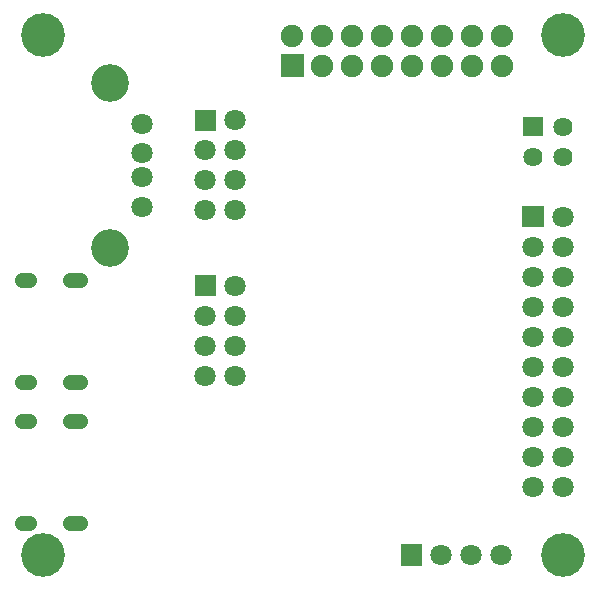
<source format=gbs>
G04 Layer: BottomSolderMaskLayer*
G04 EasyEDA v6.5.9, 2022-07-22 04:57:57*
G04 840753d4bb104133846108dccaf676b4,987c639a94b84ffc8c6145f2c3ae8d38,10*
G04 Gerber Generator version 0.2*
G04 Scale: 100 percent, Rotated: No, Reflected: No *
G04 Dimensions in millimeters *
G04 leading zeros omitted , absolute positions ,4 integer and 5 decimal *
%FSLAX45Y45*%
%MOMM*%

%ADD10C,1.3016*%
%ADD11C,3.2016*%
%ADD12C,1.8016*%
%ADD13C,1.9016*%
%ADD14C,1.6256*%
%ADD15C,3.7032*%

%LPD*%
D10*
X181602Y1767486D02*
G01*
X121602Y1767486D01*
X611591Y1767486D02*
G01*
X531591Y1767486D01*
X611591Y2632509D02*
G01*
X531591Y2632509D01*
X181602Y2632509D02*
G01*
X121602Y2632509D01*
X181602Y567489D02*
G01*
X121602Y567489D01*
X611591Y567489D02*
G01*
X531591Y567489D01*
X611591Y1432511D02*
G01*
X531591Y1432511D01*
X181602Y1432511D02*
G01*
X121602Y1432511D01*
D11*
G01*
X864504Y2899996D03*
G01*
X864504Y4299993D03*
D12*
G01*
X1135522Y3950007D03*
G01*
X1135522Y3699995D03*
G01*
X1135522Y3499995D03*
G01*
X1135522Y3250008D03*
G36*
X3329040Y209958D02*
G01*
X3329040Y390044D01*
X3509126Y390044D01*
X3509126Y209958D01*
G37*
G01*
X3673007Y300001D03*
G01*
X3927007Y300001D03*
G01*
X4181007Y300001D03*
D13*
G01*
X4189008Y4696995D03*
G01*
X4189008Y4442995D03*
G01*
X3935008Y4696995D03*
G01*
X3935008Y4442995D03*
G01*
X3681008Y4696995D03*
G01*
X3681008Y4442995D03*
G01*
X3427008Y4696995D03*
G01*
X3427008Y4442995D03*
G01*
X3173008Y4696995D03*
G01*
X3173008Y4442995D03*
G01*
X2919008Y4696995D03*
G01*
X2919008Y4442995D03*
G01*
X2665008Y4696995D03*
G01*
X2665008Y4442995D03*
G01*
X2411008Y4696995D03*
G36*
X2315834Y4347872D02*
G01*
X2315834Y4538118D01*
X2506080Y4538118D01*
X2506080Y4347872D01*
G37*
D12*
G01*
X4702012Y878994D03*
G01*
X4448012Y878994D03*
G01*
X4702012Y1132994D03*
G01*
X4448012Y1132994D03*
G01*
X4702012Y1386994D03*
G01*
X4448012Y1386994D03*
G01*
X4702012Y1640994D03*
G01*
X4448012Y1640994D03*
G01*
X4702012Y1894994D03*
G01*
X4448012Y1894994D03*
G01*
X4702012Y2148994D03*
G01*
X4448012Y2148994D03*
G01*
X4702012Y2402994D03*
G01*
X4448012Y2402994D03*
G01*
X4702012Y2656994D03*
G01*
X4448012Y2656994D03*
G01*
X4702012Y2910994D03*
G01*
X4448012Y2910994D03*
G01*
X4702012Y3164994D03*
G36*
X4357994Y3074824D02*
G01*
X4357994Y3255164D01*
X4538080Y3255164D01*
X4538080Y3074824D01*
G37*
G36*
X1583044Y3890926D02*
G01*
X1583044Y4071012D01*
X1763130Y4071012D01*
X1763130Y3890926D01*
G37*
G01*
X1927011Y3980995D03*
G01*
X1673011Y3726995D03*
G01*
X1927011Y3726995D03*
G01*
X1673011Y3472995D03*
G01*
X1927011Y3472995D03*
G01*
X1673011Y3218995D03*
G01*
X1927011Y3218995D03*
G36*
X1583044Y2490878D02*
G01*
X1583044Y2670964D01*
X1763130Y2670964D01*
X1763130Y2490878D01*
G37*
G01*
X1927011Y2580998D03*
G01*
X1673011Y2326998D03*
G01*
X1927011Y2326998D03*
G01*
X1673011Y2072998D03*
G01*
X1927011Y2072998D03*
G01*
X1673011Y1818998D03*
G01*
X1927011Y1818998D03*
G36*
X4366630Y3845714D02*
G01*
X4366630Y4008274D01*
X4529190Y4008274D01*
X4529190Y3845714D01*
G37*
D14*
G01*
X4702012Y3926994D03*
G01*
X4448012Y3672994D03*
G01*
X4702012Y3672994D03*
D15*
G01*
X299989Y300001D03*
G01*
X4700005Y300001D03*
G01*
X4700005Y4699993D03*
G01*
X299989Y4699993D03*
M02*

</source>
